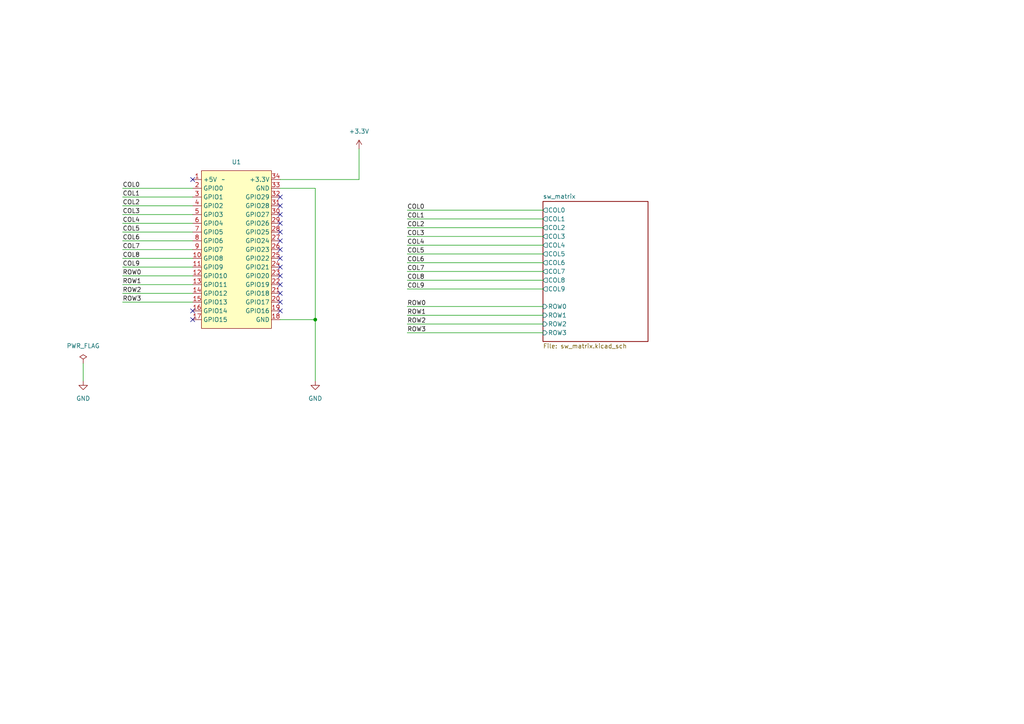
<source format=kicad_sch>
(kicad_sch (version 20230121) (generator eeschema)
  (paper "A4")
  (lib_symbols
    (symbol "ae-rp2040:AE-RP2040"
      (property "Reference" "U" (at 0 24.13 0))
      (symbol "AE-RP2040_1_1"
        (rectangle (start -10.16 22.86) (end 10.16 -22.86) (fill (type background)))
        (pin power_in line (at -12.7 20.32 0) (length 2.54) (name "+5V") (number "1"))
        (pin bidirectional line (at -12.7 -2.54 0) (length 2.54) (name "GPIO8") (number "10"))
        (pin bidirectional line (at -12.7 -5.08 0) (length 2.54) (name "GPIO9") (number "11"))
        (pin bidirectional line (at -12.7 -7.62 0) (length 2.54) (name "GPIO10") (number "12"))
        (pin bidirectional line (at -12.7 -10.16 0) (length 2.54) (name "GPIO11") (number "13"))
        (pin bidirectional line (at -12.7 -12.7 0) (length 2.54) (name "GPIO12") (number "14"))
        (pin bidirectional line (at -12.7 -15.24 0) (length 2.54) (name "GPIO13") (number "15"))
        (pin bidirectional line (at -12.7 -17.78 0) (length 2.54) (name "GPIO14") (number "16"))
        (pin bidirectional line (at -12.7 -20.32 0) (length 2.54) (name "GPIO15") (number "17"))
        (pin power_in line (at 12.7 -20.32 180) (length 2.54) (name "GND") (number "18"))
        (pin bidirectional line (at 12.7 -17.78 180) (length 2.54) (name "GPIO16") (number "19"))
        (pin bidirectional line (at -12.7 17.78 0) (length 2.54) (name "GPIO0") (number "2"))
        (pin bidirectional line (at 12.7 -15.24 180) (length 2.54) (name "GPIO17") (number "20"))
        (pin bidirectional line (at 12.7 -12.7 180) (length 2.54) (name "GPIO18") (number "21"))
        (pin bidirectional line (at 12.7 -10.16 180) (length 2.54) (name "GPIO19") (number "22"))
        (pin bidirectional line (at 12.7 -7.62 180) (length 2.54) (name "GPIO20") (number "23"))
        (pin bidirectional line (at 12.7 -5.08 180) (length 2.54) (name "GPIO21") (number "24"))
        (pin bidirectional line (at 12.7 -2.54 180) (length 2.54) (name "GPIO22") (number "25"))
        (pin bidirectional line (at 12.7 0 180) (length 2.54) (name "GPIO23") (number "26"))
        (pin bidirectional line (at 12.7 2.54 180) (length 2.54) (name "GPIO24") (number "27"))
        (pin bidirectional line (at 12.7 5.08 180) (length 2.54) (name "GPIO25") (number "28"))
        (pin bidirectional line (at 12.7 7.62 180) (length 2.54) (name "GPIO26") (number "29"))
        (pin bidirectional line (at -12.7 15.24 0) (length 2.54) (name "GPIO1") (number "3"))
        (pin bidirectional line (at 12.7 10.16 180) (length 2.54) (name "GPIO27") (number "30"))
        (pin bidirectional line (at 12.7 12.7 180) (length 2.54) (name "GPIO28") (number "31"))
        (pin bidirectional line (at 12.7 15.24 180) (length 2.54) (name "GPIO29") (number "32"))
        (pin power_in line (at 12.7 17.78 180) (length 2.54) (name "GND") (number "33"))
        (pin power_out line (at 12.7 20.32 180) (length 2.54) (name "+3.3V") (number "34"))
        (pin bidirectional line (at -12.7 12.7 0) (length 2.54) (name "GPIO2") (number "4"))
        (pin bidirectional line (at -12.7 10.16 0) (length 2.54) (name "GPIO3") (number "5"))
        (pin bidirectional line (at -12.7 7.62 0) (length 2.54) (name "GPIO4") (number "6"))
        (pin bidirectional line (at -12.7 5.08 0) (length 2.54) (name "GPIO5") (number "7"))
        (pin bidirectional line (at -12.7 2.54 0) (length 2.54) (name "GPIO6") (number "8"))
        (pin bidirectional line (at -12.7 0 0) (length 2.54) (name "GPIO7") (number "9"))
      )
    )
    (symbol "power:+3.3V" (power) (pin_names (offset 0))
      (property "Value" "+3.3V" (at 0 3.556 0))
      (symbol "+3.3V_0_1"
        (polyline (pts (xy -0.762 1.27) (xy 0 2.54)))
        (polyline (pts (xy 0 0) (xy 0 2.54)))
        (polyline (pts (xy 0 2.54) (xy 0.762 1.27)))
      )
      (symbol "+3.3V_1_1"
        (pin power_in line (at 0 0 90) (length 0) hide (name "+3.3V") (number "1"))
      )
    )
    (symbol "power:GND" (power) (pin_names (offset 0))
      (property "Value" "GND" (at 0 -3.81 0))
      (symbol "GND_0_1"
        (polyline (pts (xy 0 0) (xy 0 -1.27) (xy 1.27 -1.27) (xy 0 -2.54) (xy -1.27 -1.27) (xy 0 -1.27)))
      )
      (symbol "GND_1_1"
        (pin power_in line (at 0 0 270) (length 0) hide (name "GND") (number "1"))
      )
    )
    (symbol "power:PWR_FLAG" (power) (pin_numbers hide) (pin_names (offset 0) hide)
      (property "Value" "PWR_FLAG" (at 0 3.81 0))
      (symbol "PWR_FLAG_0_0"
        (pin power_out line (at 0 0 90) (length 0) (name "pwr") (number "1"))
      )
      (symbol "PWR_FLAG_0_1"
        (polyline (pts (xy 0 0) (xy 0 1.27) (xy -1.016 1.905) (xy 0 2.54) (xy 1.016 1.905) (xy 0 1.27)))
      )
    )
  )
  (junction (at 91.44 92.71))
  (no_connect (at 81.28 87.63))
  (no_connect (at 81.28 80.01))
  (no_connect (at 81.28 72.39))
  (no_connect (at 55.88 52.07))
  (no_connect (at 81.28 74.93))
  (no_connect (at 81.28 85.09))
  (no_connect (at 81.28 59.69))
  (no_connect (at 81.28 67.31))
  (no_connect (at 55.88 92.71))
  (no_connect (at 81.28 77.47))
  (no_connect (at 81.28 57.15))
  (no_connect (at 81.28 62.23))
  (no_connect (at 81.28 82.55))
  (no_connect (at 81.28 90.17))
  (no_connect (at 55.88 90.17))
  (no_connect (at 81.28 64.77))
  (no_connect (at 81.28 69.85))
  (wire (pts (xy 118.11 60.96) (xy 157.48 60.96)))
  (wire (pts (xy 118.11 91.44) (xy 157.48 91.44)))
  (wire (pts (xy 81.28 52.07) (xy 104.14 52.07)))
  (wire (pts (xy 35.56 72.39) (xy 55.88 72.39)))
  (wire (pts (xy 35.56 54.61) (xy 55.88 54.61)))
  (wire (pts (xy 118.11 66.04) (xy 157.48 66.04)))
  (wire (pts (xy 118.11 93.98) (xy 157.48 93.98)))
  (wire (pts (xy 35.56 74.93) (xy 55.88 74.93)))
  (wire (pts (xy 118.11 73.66) (xy 157.48 73.66)))
  (wire (pts (xy 35.56 64.77) (xy 55.88 64.77)))
  (wire (pts (xy 35.56 57.15) (xy 55.88 57.15)))
  (wire (pts (xy 118.11 71.12) (xy 157.48 71.12)))
  (wire (pts (xy 104.14 43.18) (xy 104.14 52.07)))
  (wire (pts (xy 81.28 54.61) (xy 91.44 54.61)))
  (wire (pts (xy 118.11 76.2) (xy 157.48 76.2)))
  (wire (pts (xy 35.56 82.55) (xy 55.88 82.55)))
  (wire (pts (xy 118.11 63.5) (xy 157.48 63.5)))
  (wire (pts (xy 35.56 87.63) (xy 55.88 87.63)))
  (wire (pts (xy 35.56 85.09) (xy 55.88 85.09)))
  (wire (pts (xy 91.44 92.71) (xy 91.44 110.49)))
  (wire (pts (xy 81.28 92.71) (xy 91.44 92.71)))
  (wire (pts (xy 35.56 77.47) (xy 55.88 77.47)))
  (wire (pts (xy 118.11 78.74) (xy 157.48 78.74)))
  (wire (pts (xy 118.11 81.28) (xy 157.48 81.28)))
  (wire (pts (xy 118.11 88.9) (xy 157.48 88.9)))
  (wire (pts (xy 118.11 68.58) (xy 157.48 68.58)))
  (wire (pts (xy 91.44 54.61) (xy 91.44 92.71)))
  (wire (pts (xy 35.56 69.85) (xy 55.88 69.85)))
  (wire (pts (xy 118.11 83.82) (xy 157.48 83.82)))
  (wire (pts (xy 24.13 105.41) (xy 24.13 110.49)))
  (wire (pts (xy 118.11 96.52) (xy 157.48 96.52)))
  (wire (pts (xy 35.56 62.23) (xy 55.88 62.23)))
  (wire (pts (xy 35.56 59.69) (xy 55.88 59.69)))
  (wire (pts (xy 35.56 80.01) (xy 55.88 80.01)))
  (wire (pts (xy 35.56 67.31) (xy 55.88 67.31)))
  (label "ROW0" (at 35.56 80.01 0))
  (label "ROW2" (at 35.56 85.09 0))
  (label "COL7" (at 35.56 72.39 0))
  (label "COL5" (at 118.11 73.66 0))
  (label "COL4" (at 35.56 64.77 0))
  (label "COL9" (at 35.56 77.47 0))
  (label "ROW1" (at 35.56 82.55 0))
  (label "COL2" (at 118.11 66.04 0))
  (label "COL6" (at 35.56 69.85 0))
  (label "COL3" (at 35.56 62.23 0))
  (label "ROW0" (at 118.11 88.9 0))
  (label "COL1" (at 35.56 57.15 0))
  (label "ROW3" (at 118.11 96.52 0))
  (label "COL3" (at 118.11 68.58 0))
  (label "COL6" (at 118.11 76.2 0))
  (label "COL5" (at 35.56 67.31 0))
  (label "COL0" (at 118.11 60.96 0))
  (label "COL2" (at 35.56 59.69 0))
  (label "COL9" (at 118.11 83.82 0))
  (label "COL7" (at 118.11 78.74 0))
  (label "ROW3" (at 35.56 87.63 0))
  (label "ROW1" (at 118.11 91.44 0))
  (label "COL4" (at 118.11 71.12 0))
  (label "COL8" (at 35.56 74.93 0))
  (label "COL1" (at 118.11 63.5 0))
  (label "COL0" (at 35.56 54.61 0))
  (label "COL8" (at 118.11 81.28 0))
  (label "ROW2" (at 118.11 93.98 0))
  (symbol (lib_id "ae-rp2040:AE-RP2040") (at 68.58 72.39 0) (unit 1)
    (property "Reference" "U1" (at 68.58 46.99 0))
    (property "Value" "~" (at 64.77 52.07 0))
    (property "Footprint" "ae-rp2040:AE-RP2040" (effects hide))
  )
  (symbol (lib_id "power:GND") (at 24.13 110.49 0) (unit 1)
    (property "Reference" "#PWR02" (effects hide))
    (property "Value" "GND" (at 24.13 115.57 0))
  )
  (symbol (lib_id "power:GND") (at 91.44 110.49 0) (unit 1)
    (property "Reference" "#PWR03" (effects hide))
    (property "Value" "GND" (at 91.44 115.57 0))
  )
  (symbol (lib_id "power:+3.3V") (at 104.14 43.18 0) (unit 1)
    (property "Reference" "#PWR04" (effects hide))
    (property "Value" "+3.3V" (at 104.14 38.1 0))
  )
  (symbol (lib_id "power:PWR_FLAG") (at 24.13 105.41 0) (unit 1)
    (property "Reference" "#FLG01" (effects hide))
    (property "Value" "PWR_FLAG" (at 24.13 100.33 0))
  )
  (sheet (at 157.48 58.42) (size 30.48 40.64) (stroke (width 0.1524))
    (property "Sheetname" "sw_matrix" (at 157.48 57.7084 0) (effects (justify left bottom)))
    (property "Sheetfile" "sw_matrix.kicad_sch" (at 157.48 99.6446 0) (effects (justify left top)))
    (pin "COL8" output (at 157.48 81.28 180))
    (pin "COL9" output (at 157.48 83.82 180))
    (pin "COL6" output (at 157.48 76.2 180))
    (pin "COL7" output (at 157.48 78.74 180))
    (pin "COL5" output (at 157.48 73.66 180))
    (pin "COL4" output (at 157.48 71.12 180))
    (pin "COL3" output (at 157.48 68.58 180))
    (pin "COL0" output (at 157.48 60.96 180))
    (pin "COL1" output (at 157.48 63.5 180))
    (pin "COL2" output (at 157.48 66.04 180))
    (pin "ROW2" input (at 157.48 93.98 180))
    (pin "ROW3" input (at 157.48 96.52 180))
    (pin "ROW0" input (at 157.48 88.9 180))
    (pin "ROW1" input (at 157.48 91.44 180))
  )
)
</source>
